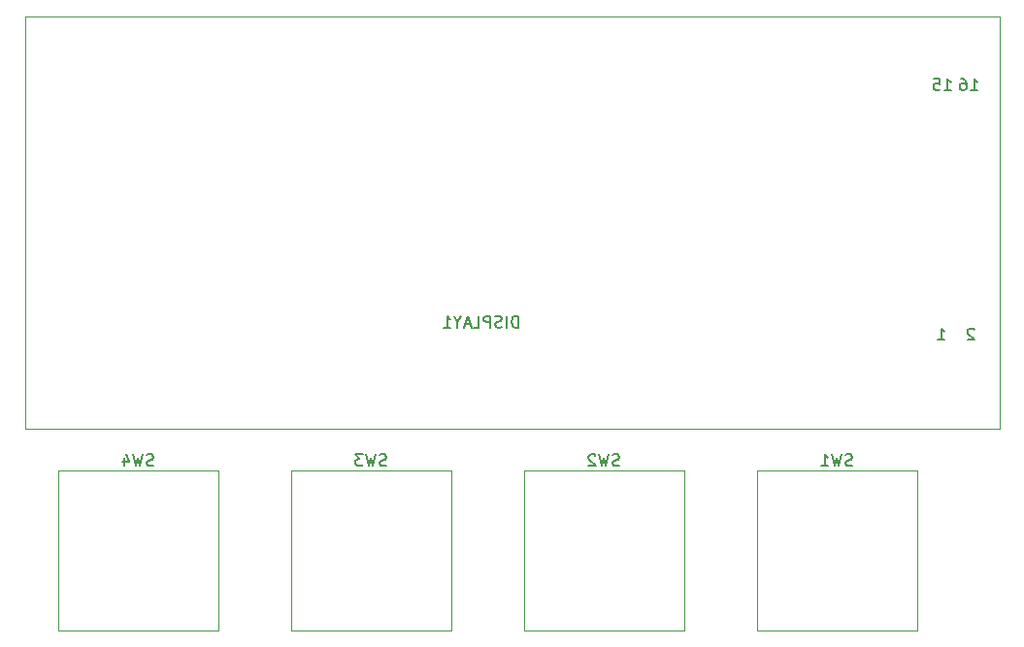
<source format=gbo>
G04 #@! TF.GenerationSoftware,KiCad,Pcbnew,(6.0.7)*
G04 #@! TF.CreationDate,2022-09-30T23:13:53-04:00*
G04 #@! TF.ProjectId,SH_controller_p,53485f63-6f6e-4747-926f-6c6c65725f70,rev?*
G04 #@! TF.SameCoordinates,Original*
G04 #@! TF.FileFunction,Legend,Bot*
G04 #@! TF.FilePolarity,Positive*
%FSLAX46Y46*%
G04 Gerber Fmt 4.6, Leading zero omitted, Abs format (unit mm)*
G04 Created by KiCad (PCBNEW (6.0.7)) date 2022-09-30 23:13:53*
%MOMM*%
%LPD*%
G01*
G04 APERTURE LIST*
%ADD10C,0.150000*%
%ADD11C,0.120000*%
%ADD12C,1.800000*%
%ADD13C,1.450000*%
%ADD14O,1.900000X1.200000*%
%ADD15C,4.000000*%
%ADD16C,2.200000*%
G04 APERTURE END LIST*
D10*
X116979285Y-65287380D02*
X116979285Y-64287380D01*
X116741190Y-64287380D01*
X116598333Y-64335000D01*
X116503095Y-64430238D01*
X116455476Y-64525476D01*
X116407857Y-64715952D01*
X116407857Y-64858809D01*
X116455476Y-65049285D01*
X116503095Y-65144523D01*
X116598333Y-65239761D01*
X116741190Y-65287380D01*
X116979285Y-65287380D01*
X115979285Y-65287380D02*
X115979285Y-64287380D01*
X115550714Y-65239761D02*
X115407857Y-65287380D01*
X115169761Y-65287380D01*
X115074523Y-65239761D01*
X115026904Y-65192142D01*
X114979285Y-65096904D01*
X114979285Y-65001666D01*
X115026904Y-64906428D01*
X115074523Y-64858809D01*
X115169761Y-64811190D01*
X115360238Y-64763571D01*
X115455476Y-64715952D01*
X115503095Y-64668333D01*
X115550714Y-64573095D01*
X115550714Y-64477857D01*
X115503095Y-64382619D01*
X115455476Y-64335000D01*
X115360238Y-64287380D01*
X115122142Y-64287380D01*
X114979285Y-64335000D01*
X114550714Y-65287380D02*
X114550714Y-64287380D01*
X114169761Y-64287380D01*
X114074523Y-64335000D01*
X114026904Y-64382619D01*
X113979285Y-64477857D01*
X113979285Y-64620714D01*
X114026904Y-64715952D01*
X114074523Y-64763571D01*
X114169761Y-64811190D01*
X114550714Y-64811190D01*
X113074523Y-65287380D02*
X113550714Y-65287380D01*
X113550714Y-64287380D01*
X112788809Y-65001666D02*
X112312619Y-65001666D01*
X112884047Y-65287380D02*
X112550714Y-64287380D01*
X112217380Y-65287380D01*
X111693571Y-64811190D02*
X111693571Y-65287380D01*
X112026904Y-64287380D02*
X111693571Y-64811190D01*
X111360238Y-64287380D01*
X110503095Y-65287380D02*
X111074523Y-65287380D01*
X110788809Y-65287380D02*
X110788809Y-64287380D01*
X110884047Y-64430238D01*
X110979285Y-64525476D01*
X111074523Y-64573095D01*
X156750714Y-65482619D02*
X156703095Y-65435000D01*
X156607857Y-65387380D01*
X156369761Y-65387380D01*
X156274523Y-65435000D01*
X156226904Y-65482619D01*
X156179285Y-65577857D01*
X156179285Y-65673095D01*
X156226904Y-65815952D01*
X156798333Y-66387380D01*
X156179285Y-66387380D01*
X154155476Y-44587380D02*
X154726904Y-44587380D01*
X154441190Y-44587380D02*
X154441190Y-43587380D01*
X154536428Y-43730238D01*
X154631666Y-43825476D01*
X154726904Y-43873095D01*
X153250714Y-43587380D02*
X153726904Y-43587380D01*
X153774523Y-44063571D01*
X153726904Y-44015952D01*
X153631666Y-43968333D01*
X153393571Y-43968333D01*
X153298333Y-44015952D01*
X153250714Y-44063571D01*
X153203095Y-44158809D01*
X153203095Y-44396904D01*
X153250714Y-44492142D01*
X153298333Y-44539761D01*
X153393571Y-44587380D01*
X153631666Y-44587380D01*
X153726904Y-44539761D01*
X153774523Y-44492142D01*
X153579285Y-66387380D02*
X154150714Y-66387380D01*
X153865000Y-66387380D02*
X153865000Y-65387380D01*
X153960238Y-65530238D01*
X154055476Y-65625476D01*
X154150714Y-65673095D01*
X156455476Y-44587380D02*
X157026904Y-44587380D01*
X156741190Y-44587380D02*
X156741190Y-43587380D01*
X156836428Y-43730238D01*
X156931666Y-43825476D01*
X157026904Y-43873095D01*
X155598333Y-43587380D02*
X155788809Y-43587380D01*
X155884047Y-43635000D01*
X155931666Y-43682619D01*
X156026904Y-43825476D01*
X156074523Y-44015952D01*
X156074523Y-44396904D01*
X156026904Y-44492142D01*
X155979285Y-44539761D01*
X155884047Y-44587380D01*
X155693571Y-44587380D01*
X155598333Y-44539761D01*
X155550714Y-44492142D01*
X155503095Y-44396904D01*
X155503095Y-44158809D01*
X155550714Y-44063571D01*
X155598333Y-44015952D01*
X155693571Y-43968333D01*
X155884047Y-43968333D01*
X155979285Y-44015952D01*
X156026904Y-44063571D01*
X156074523Y-44158809D01*
X105473333Y-77325761D02*
X105330476Y-77373380D01*
X105092380Y-77373380D01*
X104997142Y-77325761D01*
X104949523Y-77278142D01*
X104901904Y-77182904D01*
X104901904Y-77087666D01*
X104949523Y-76992428D01*
X104997142Y-76944809D01*
X105092380Y-76897190D01*
X105282857Y-76849571D01*
X105378095Y-76801952D01*
X105425714Y-76754333D01*
X105473333Y-76659095D01*
X105473333Y-76563857D01*
X105425714Y-76468619D01*
X105378095Y-76421000D01*
X105282857Y-76373380D01*
X105044761Y-76373380D01*
X104901904Y-76421000D01*
X104568571Y-76373380D02*
X104330476Y-77373380D01*
X104140000Y-76659095D01*
X103949523Y-77373380D01*
X103711428Y-76373380D01*
X103425714Y-76373380D02*
X102806666Y-76373380D01*
X103140000Y-76754333D01*
X102997142Y-76754333D01*
X102901904Y-76801952D01*
X102854285Y-76849571D01*
X102806666Y-76944809D01*
X102806666Y-77182904D01*
X102854285Y-77278142D01*
X102901904Y-77325761D01*
X102997142Y-77373380D01*
X103282857Y-77373380D01*
X103378095Y-77325761D01*
X103425714Y-77278142D01*
X85153333Y-77325761D02*
X85010476Y-77373380D01*
X84772380Y-77373380D01*
X84677142Y-77325761D01*
X84629523Y-77278142D01*
X84581904Y-77182904D01*
X84581904Y-77087666D01*
X84629523Y-76992428D01*
X84677142Y-76944809D01*
X84772380Y-76897190D01*
X84962857Y-76849571D01*
X85058095Y-76801952D01*
X85105714Y-76754333D01*
X85153333Y-76659095D01*
X85153333Y-76563857D01*
X85105714Y-76468619D01*
X85058095Y-76421000D01*
X84962857Y-76373380D01*
X84724761Y-76373380D01*
X84581904Y-76421000D01*
X84248571Y-76373380D02*
X84010476Y-77373380D01*
X83820000Y-76659095D01*
X83629523Y-77373380D01*
X83391428Y-76373380D01*
X82581904Y-76706714D02*
X82581904Y-77373380D01*
X82820000Y-76325761D02*
X83058095Y-77040047D01*
X82439047Y-77040047D01*
X125793333Y-77325761D02*
X125650476Y-77373380D01*
X125412380Y-77373380D01*
X125317142Y-77325761D01*
X125269523Y-77278142D01*
X125221904Y-77182904D01*
X125221904Y-77087666D01*
X125269523Y-76992428D01*
X125317142Y-76944809D01*
X125412380Y-76897190D01*
X125602857Y-76849571D01*
X125698095Y-76801952D01*
X125745714Y-76754333D01*
X125793333Y-76659095D01*
X125793333Y-76563857D01*
X125745714Y-76468619D01*
X125698095Y-76421000D01*
X125602857Y-76373380D01*
X125364761Y-76373380D01*
X125221904Y-76421000D01*
X124888571Y-76373380D02*
X124650476Y-77373380D01*
X124460000Y-76659095D01*
X124269523Y-77373380D01*
X124031428Y-76373380D01*
X123698095Y-76468619D02*
X123650476Y-76421000D01*
X123555238Y-76373380D01*
X123317142Y-76373380D01*
X123221904Y-76421000D01*
X123174285Y-76468619D01*
X123126666Y-76563857D01*
X123126666Y-76659095D01*
X123174285Y-76801952D01*
X123745714Y-77373380D01*
X123126666Y-77373380D01*
X146113333Y-77325761D02*
X145970476Y-77373380D01*
X145732380Y-77373380D01*
X145637142Y-77325761D01*
X145589523Y-77278142D01*
X145541904Y-77182904D01*
X145541904Y-77087666D01*
X145589523Y-76992428D01*
X145637142Y-76944809D01*
X145732380Y-76897190D01*
X145922857Y-76849571D01*
X146018095Y-76801952D01*
X146065714Y-76754333D01*
X146113333Y-76659095D01*
X146113333Y-76563857D01*
X146065714Y-76468619D01*
X146018095Y-76421000D01*
X145922857Y-76373380D01*
X145684761Y-76373380D01*
X145541904Y-76421000D01*
X145208571Y-76373380D02*
X144970476Y-77373380D01*
X144780000Y-76659095D01*
X144589523Y-77373380D01*
X144351428Y-76373380D01*
X143446666Y-77373380D02*
X144018095Y-77373380D01*
X143732380Y-77373380D02*
X143732380Y-76373380D01*
X143827619Y-76516238D01*
X143922857Y-76611476D01*
X144018095Y-76659095D01*
D11*
X158965000Y-38135000D02*
X73965000Y-38135000D01*
X73965000Y-38135000D02*
X73965000Y-74135000D01*
X73965000Y-74135000D02*
X158965000Y-74135000D01*
X158965000Y-74135000D02*
X158965000Y-38135000D01*
X97155000Y-77810000D02*
X97155000Y-91780000D01*
X111125000Y-77810000D02*
X97155000Y-77810000D01*
X97155000Y-91780000D02*
X111125000Y-91780000D01*
X111125000Y-91780000D02*
X111125000Y-77810000D01*
X76835000Y-77810000D02*
X76835000Y-91780000D01*
X90805000Y-77810000D02*
X76835000Y-77810000D01*
X90805000Y-91780000D02*
X90805000Y-77810000D01*
X76835000Y-91780000D02*
X90805000Y-91780000D01*
X117475000Y-91780000D02*
X131445000Y-91780000D01*
X117475000Y-77810000D02*
X117475000Y-91780000D01*
X131445000Y-91780000D02*
X131445000Y-77810000D01*
X131445000Y-77810000D02*
X117475000Y-77810000D01*
X137795000Y-77810000D02*
X137795000Y-91780000D01*
X151765000Y-77810000D02*
X137795000Y-77810000D01*
X151765000Y-91780000D02*
X151765000Y-77810000D01*
X137795000Y-91780000D02*
X151765000Y-91780000D01*
%LPC*%
D12*
X153845000Y-63755000D03*
X156385000Y-63755000D03*
X153845000Y-61215000D03*
X156425000Y-61215000D03*
X153845000Y-58675000D03*
X156425000Y-58675000D03*
X153845000Y-56135000D03*
X156385000Y-56135000D03*
X153845000Y-53595000D03*
X156425000Y-53595000D03*
X153845000Y-51055000D03*
X156425000Y-51055000D03*
X153845000Y-48515000D03*
X156385000Y-48515000D03*
X153845000Y-45975000D03*
X156385000Y-45975000D03*
D13*
X78900000Y-59380000D03*
D14*
X76200000Y-53380000D03*
D13*
X78900000Y-54380000D03*
D14*
X76200000Y-60380000D03*
D15*
X104140000Y-84795000D03*
D16*
X101600000Y-79715000D03*
X107950000Y-82255000D03*
D15*
X83820000Y-84795000D03*
D16*
X81280000Y-79715000D03*
X87630000Y-82255000D03*
D15*
X124460000Y-84795000D03*
D16*
X121920000Y-79715000D03*
X128270000Y-82255000D03*
D15*
X144780000Y-84795000D03*
D16*
X142240000Y-79715000D03*
X148590000Y-82255000D03*
M02*

</source>
